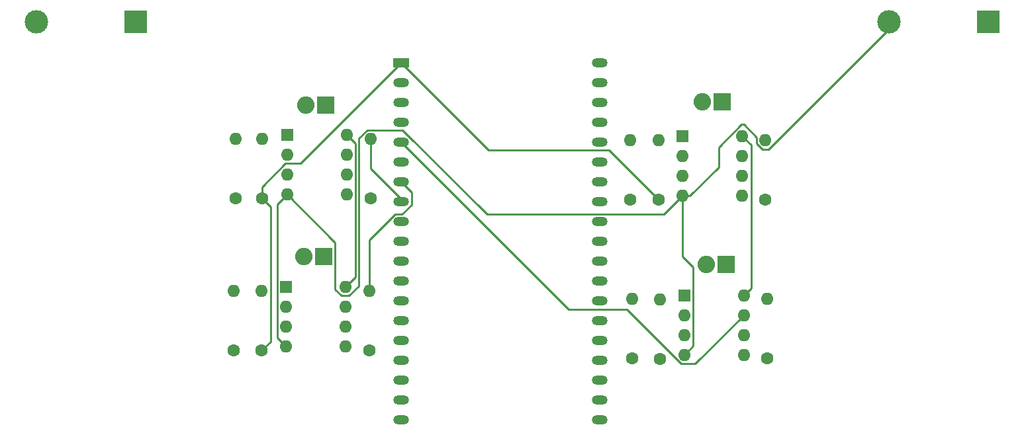
<source format=gbr>
%TF.GenerationSoftware,KiCad,Pcbnew,(7.0.0-0)*%
%TF.CreationDate,2023-03-03T08:57:52+01:00*%
%TF.ProjectId,sensor_circuit_board_esp32,73656e73-6f72-45f6-9369-72637569745f,rev?*%
%TF.SameCoordinates,Original*%
%TF.FileFunction,Copper,L1,Top*%
%TF.FilePolarity,Positive*%
%FSLAX46Y46*%
G04 Gerber Fmt 4.6, Leading zero omitted, Abs format (unit mm)*
G04 Created by KiCad (PCBNEW (7.0.0-0)) date 2023-03-03 08:57:52*
%MOMM*%
%LPD*%
G01*
G04 APERTURE LIST*
%TA.AperFunction,ComponentPad*%
%ADD10C,1.600000*%
%TD*%
%TA.AperFunction,ComponentPad*%
%ADD11O,1.600000X1.600000*%
%TD*%
%TA.AperFunction,ComponentPad*%
%ADD12R,3.000000X3.000000*%
%TD*%
%TA.AperFunction,ComponentPad*%
%ADD13C,3.000000*%
%TD*%
%TA.AperFunction,ComponentPad*%
%ADD14R,1.600000X1.600000*%
%TD*%
%TA.AperFunction,ComponentPad*%
%ADD15R,2.000000X1.200000*%
%TD*%
%TA.AperFunction,ComponentPad*%
%ADD16O,2.000000X1.200000*%
%TD*%
%TA.AperFunction,ComponentPad*%
%ADD17R,2.240000X2.240000*%
%TD*%
%TA.AperFunction,ComponentPad*%
%ADD18O,2.240000X2.240000*%
%TD*%
%TA.AperFunction,Conductor*%
%ADD19C,0.250000*%
%TD*%
G04 APERTURE END LIST*
D10*
%TO.P,R6,1*%
%TO.N,Net-(U5-3V3)*%
X165918000Y-94892000D03*
D11*
%TO.P,R6,2*%
%TO.N,Net-(U3A--)*%
X165917999Y-87271999D03*
%TD*%
D12*
%TO.P,BT1,1,+*%
%TO.N,Net-(BT1-+)*%
X98979999Y-72099999D03*
D13*
%TO.P,BT1,2,-*%
%TO.N,Net-(BT1--)*%
X86280000Y-72100000D03*
%TD*%
D10*
%TO.P,R12,1*%
%TO.N,Net-(U4B--)*%
X179810000Y-115220000D03*
D11*
%TO.P,R12,2*%
%TO.N,Net-(U5-VDET_1{slash}GPIO34{slash}ADC1_CH6)*%
X179809999Y-107599999D03*
%TD*%
D14*
%TO.P,U1,1*%
%TO.N,Net-(R2-Pad2)*%
X118369999Y-86559999D03*
D11*
%TO.P,U1,2,-*%
%TO.N,Net-(U1A--)*%
X118369999Y-89099999D03*
%TO.P,U1,3,+*%
%TO.N,Net-(BT1--)*%
X118369999Y-91639999D03*
%TO.P,U1,4,V-*%
%TO.N,Net-(BT2--)*%
X118369999Y-94179999D03*
%TO.P,U1,5,+*%
%TO.N,Net-(BT1--)*%
X125989999Y-94179999D03*
%TO.P,U1,6,-*%
%TO.N,Net-(U1B--)*%
X125989999Y-91639999D03*
%TO.P,U1,7*%
%TO.N,Net-(U5-32K_XN{slash}GPIO33{slash}ADC1_CH5)*%
X125989999Y-89099999D03*
%TO.P,U1,8,V+*%
%TO.N,Net-(BT1-+)*%
X125989999Y-86559999D03*
%TD*%
D10*
%TO.P,R5,1*%
%TO.N,Net-(U2A--)*%
X111552000Y-114188000D03*
D11*
%TO.P,R5,2*%
%TO.N,Net-(R5-Pad2)*%
X111551999Y-106567999D03*
%TD*%
D15*
%TO.P,U5,1,3V3*%
%TO.N,Net-(U5-3V3)*%
X132989999Y-77366559D03*
D16*
%TO.P,U5,2,CHIP_PU*%
%TO.N,unconnected-(U5-CHIP_PU-Pad2)*%
X132989999Y-79906559D03*
%TO.P,U5,3,SENSOR_VP/GPIO36/ADC1_CH0*%
%TO.N,unconnected-(U5-SENSOR_VP{slash}GPIO36{slash}ADC1_CH0-Pad3)*%
X132989999Y-82446559D03*
%TO.P,U5,4,SENSOR_VN/GPIO39/ADC1_CH3*%
%TO.N,unconnected-(U5-SENSOR_VN{slash}GPIO39{slash}ADC1_CH3-Pad4)*%
X132989999Y-84986559D03*
%TO.P,U5,5,VDET_1/GPIO34/ADC1_CH6*%
%TO.N,Net-(U5-VDET_1{slash}GPIO34{slash}ADC1_CH6)*%
X132989999Y-87526559D03*
%TO.P,U5,6,VDET_2/GPIO35/ADC1_CH7*%
%TO.N,Net-(U5-VDET_2{slash}GPIO35{slash}ADC1_CH7)*%
X132989999Y-90066559D03*
%TO.P,U5,7,32K_XP/GPIO32/ADC1_CH4*%
%TO.N,Net-(U5-32K_XP{slash}GPIO32{slash}ADC1_CH4)*%
X132989999Y-92606559D03*
%TO.P,U5,8,32K_XN/GPIO33/ADC1_CH5*%
%TO.N,Net-(U5-32K_XN{slash}GPIO33{slash}ADC1_CH5)*%
X132989999Y-95146559D03*
%TO.P,U5,9,DAC_1/ADC2_CH8/GPIO25*%
%TO.N,unconnected-(U5-DAC_1{slash}ADC2_CH8{slash}GPIO25-Pad9)*%
X132989999Y-97686559D03*
%TO.P,U5,10,DAC_2/ADC2_CH9/GPIO26*%
%TO.N,unconnected-(U5-DAC_2{slash}ADC2_CH9{slash}GPIO26-Pad10)*%
X132989999Y-100226559D03*
%TO.P,U5,11,ADC2_CH7/GPIO27*%
%TO.N,unconnected-(U5-ADC2_CH7{slash}GPIO27-Pad11)*%
X132989999Y-102766559D03*
%TO.P,U5,12,MTMS/GPIO14/ADC2_CH6*%
%TO.N,unconnected-(U5-MTMS{slash}GPIO14{slash}ADC2_CH6-Pad12)*%
X132989999Y-105306559D03*
%TO.P,U5,13,\u002AMTDI/GPIO12/ADC2_CH5*%
%TO.N,unconnected-(U5-\u002AMTDI{slash}GPIO12{slash}ADC2_CH5-Pad13)*%
X132989999Y-107846559D03*
%TO.P,U5,14,GND*%
%TO.N,unconnected-(U5-GND-Pad14)*%
X132989999Y-110386559D03*
%TO.P,U5,15,MTCK/GPIO13/ADC2_CH4*%
%TO.N,unconnected-(U5-MTCK{slash}GPIO13{slash}ADC2_CH4-Pad15)*%
X132989999Y-112926559D03*
%TO.P,U5,16,SD_DATA2/GPIO9*%
%TO.N,unconnected-(U5-SD_DATA2{slash}GPIO9-Pad16)*%
X132989999Y-115466559D03*
%TO.P,U5,17,SD_DATA3/GPIO10*%
%TO.N,unconnected-(U5-SD_DATA3{slash}GPIO10-Pad17)*%
X132989999Y-118006559D03*
%TO.P,U5,18,CMD*%
%TO.N,unconnected-(U5-CMD-Pad18)*%
X132989999Y-120546559D03*
%TO.P,U5,19,5V*%
%TO.N,unconnected-(U5-5V-Pad19)*%
X132989999Y-123086559D03*
%TO.P,U5,20,SD_CLK/GPIO6*%
%TO.N,unconnected-(U5-SD_CLK{slash}GPIO6-Pad20)*%
X158386319Y-123083839D03*
%TO.P,U5,21,SD_DATA0/GPIO7*%
%TO.N,unconnected-(U5-SD_DATA0{slash}GPIO7-Pad21)*%
X158386319Y-120543839D03*
%TO.P,U5,22,SD_DATA1/GPIO8*%
%TO.N,unconnected-(U5-SD_DATA1{slash}GPIO8-Pad22)*%
X158389999Y-118006559D03*
%TO.P,U5,23,\u002AMTDO/GPIO15/ADC2_CH3*%
%TO.N,unconnected-(U5-\u002AMTDO{slash}GPIO15{slash}ADC2_CH3-Pad23)*%
X158389999Y-115466559D03*
%TO.P,U5,24,ADC2_CH2/\u002AGPIO2*%
%TO.N,unconnected-(U5-ADC2_CH2{slash}\u002AGPIO2-Pad24)*%
X158389999Y-112926559D03*
%TO.P,U5,25,\u002AGPIO0/BOOT/ADC2_CH1*%
%TO.N,unconnected-(U5-\u002AGPIO0{slash}BOOT{slash}ADC2_CH1-Pad25)*%
X158389999Y-110386559D03*
%TO.P,U5,26,ADC2_CH0/GPIO4*%
%TO.N,unconnected-(U5-ADC2_CH0{slash}GPIO4-Pad26)*%
X158389999Y-107846559D03*
%TO.P,U5,27,GPIO16*%
%TO.N,unconnected-(U5-GPIO16-Pad27)*%
X158389999Y-105306559D03*
%TO.P,U5,28,GPIO17*%
%TO.N,unconnected-(U5-GPIO17-Pad28)*%
X158389999Y-102766559D03*
%TO.P,U5,29,\u002AGPIO5*%
%TO.N,unconnected-(U5-\u002AGPIO5-Pad29)*%
X158389999Y-100226559D03*
%TO.P,U5,30,GPIO18*%
%TO.N,unconnected-(U5-GPIO18-Pad30)*%
X158389999Y-97686559D03*
%TO.P,U5,31,GPIO19*%
%TO.N,unconnected-(U5-GPIO19-Pad31)*%
X158389999Y-95146559D03*
%TO.P,U5,32,GND*%
%TO.N,Net-(BT1--)*%
X158389999Y-92606559D03*
%TO.P,U5,33,GPIO21*%
%TO.N,unconnected-(U5-GPIO21-Pad33)*%
X158389999Y-90066559D03*
%TO.P,U5,34,U0RXD/GPIO3*%
%TO.N,unconnected-(U5-U0RXD{slash}GPIO3-Pad34)*%
X158389999Y-87526559D03*
%TO.P,U5,35,U0TXD/GPIO1*%
%TO.N,unconnected-(U5-U0TXD{slash}GPIO1-Pad35)*%
X158389999Y-84986559D03*
%TO.P,U5,36,GPIO22*%
%TO.N,unconnected-(U5-GPIO22-Pad36)*%
X158389999Y-82446559D03*
%TO.P,U5,37,GPIO23*%
%TO.N,unconnected-(U5-GPIO23-Pad37)*%
X158389999Y-79906559D03*
%TO.P,U5,38,GND*%
%TO.N,unconnected-(U5-GND-Pad38)*%
X158389999Y-77366559D03*
%TD*%
D10*
%TO.P,R3,1*%
%TO.N,Net-(U5-3V3)*%
X115132000Y-114178000D03*
D11*
%TO.P,R3,2*%
%TO.N,Net-(U2A--)*%
X115131999Y-106557999D03*
%TD*%
D14*
%TO.P,U4,1*%
%TO.N,Net-(R11-Pad2)*%
X169209999Y-107129999D03*
D11*
%TO.P,U4,2,-*%
%TO.N,Net-(U4A--)*%
X169209999Y-109669999D03*
%TO.P,U4,3,+*%
%TO.N,Net-(BT1--)*%
X169209999Y-112209999D03*
%TO.P,U4,4,V-*%
%TO.N,Net-(BT2--)*%
X169209999Y-114749999D03*
%TO.P,U4,5,+*%
%TO.N,Net-(BT1--)*%
X176829999Y-114749999D03*
%TO.P,U4,6,-*%
%TO.N,Net-(U4B--)*%
X176829999Y-112209999D03*
%TO.P,U4,7*%
%TO.N,Net-(U5-VDET_1{slash}GPIO34{slash}ADC1_CH6)*%
X176829999Y-109669999D03*
%TO.P,U4,8,V+*%
%TO.N,Net-(BT1-+)*%
X176829999Y-107129999D03*
%TD*%
D10*
%TO.P,R10,1*%
%TO.N,Net-(U3B--)*%
X179548000Y-94852000D03*
D11*
%TO.P,R10,2*%
%TO.N,Net-(U5-VDET_2{slash}GPIO35{slash}ADC1_CH7)*%
X179547999Y-87231999D03*
%TD*%
D10*
%TO.P,R4,1*%
%TO.N,Net-(U1B--)*%
X129100000Y-94690000D03*
D11*
%TO.P,R4,2*%
%TO.N,Net-(U5-32K_XN{slash}GPIO33{slash}ADC1_CH5)*%
X129099999Y-87069999D03*
%TD*%
D14*
%TO.P,U2,1*%
%TO.N,Net-(R5-Pad2)*%
X118219999Y-106059999D03*
D11*
%TO.P,U2,2,-*%
%TO.N,Net-(U2A--)*%
X118219999Y-108599999D03*
%TO.P,U2,3,+*%
%TO.N,Net-(BT1--)*%
X118219999Y-111139999D03*
%TO.P,U2,4,V-*%
%TO.N,Net-(BT2--)*%
X118219999Y-113679999D03*
%TO.P,U2,5,+*%
%TO.N,Net-(BT1--)*%
X125839999Y-113679999D03*
%TO.P,U2,6,-*%
%TO.N,Net-(U2B--)*%
X125839999Y-111139999D03*
%TO.P,U2,7*%
%TO.N,Net-(U5-32K_XP{slash}GPIO32{slash}ADC1_CH4)*%
X125839999Y-108599999D03*
%TO.P,U2,8,V+*%
%TO.N,Net-(BT1-+)*%
X125839999Y-106059999D03*
%TD*%
D10*
%TO.P,R11,1*%
%TO.N,Net-(U4A--)*%
X162520000Y-115230000D03*
D11*
%TO.P,R11,2*%
%TO.N,Net-(R11-Pad2)*%
X162519999Y-107609999D03*
%TD*%
D12*
%TO.P,BT2,1,+*%
%TO.N,Net-(BT1--)*%
X208039999Y-72129999D03*
D13*
%TO.P,BT2,2,-*%
%TO.N,Net-(BT2--)*%
X195340000Y-72130000D03*
%TD*%
D10*
%TO.P,R9,1*%
%TO.N,Net-(U5-3V3)*%
X166060000Y-115240000D03*
D11*
%TO.P,R9,2*%
%TO.N,Net-(U4A--)*%
X166059999Y-107619999D03*
%TD*%
D17*
%TO.P,Rs4,1*%
%TO.N,Net-(U4B--)*%
X174539999Y-103159999D03*
D18*
%TO.P,Rs4,2*%
%TO.N,Net-(R11-Pad2)*%
X171999999Y-103159999D03*
%TD*%
D10*
%TO.P,R1,1*%
%TO.N,Net-(U5-3V3)*%
X115150000Y-94670000D03*
D11*
%TO.P,R1,2*%
%TO.N,Net-(U1A--)*%
X115149999Y-87049999D03*
%TD*%
D17*
%TO.P,Rs1,1*%
%TO.N,Net-(U1B--)*%
X123339999Y-82749999D03*
D18*
%TO.P,Rs1,2*%
%TO.N,Net-(R2-Pad2)*%
X120799999Y-82749999D03*
%TD*%
D10*
%TO.P,R2,1*%
%TO.N,Net-(U1A--)*%
X111820000Y-94670000D03*
D11*
%TO.P,R2,2*%
%TO.N,Net-(R2-Pad2)*%
X111819999Y-87049999D03*
%TD*%
D10*
%TO.P,R7,1*%
%TO.N,Net-(U2B--)*%
X128912000Y-114218000D03*
D11*
%TO.P,R7,2*%
%TO.N,Net-(U5-32K_XP{slash}GPIO32{slash}ADC1_CH4)*%
X128911999Y-106597999D03*
%TD*%
D14*
%TO.P,U3,1*%
%TO.N,Net-(R8-Pad2)*%
X168969999Y-86749999D03*
D11*
%TO.P,U3,2,-*%
%TO.N,Net-(U3A--)*%
X168969999Y-89289999D03*
%TO.P,U3,3,+*%
%TO.N,Net-(BT1--)*%
X168969999Y-91829999D03*
%TO.P,U3,4,V-*%
%TO.N,Net-(BT2--)*%
X168969999Y-94369999D03*
%TO.P,U3,5,+*%
%TO.N,Net-(BT1--)*%
X176589999Y-94369999D03*
%TO.P,U3,6,-*%
%TO.N,Net-(U3B--)*%
X176589999Y-91829999D03*
%TO.P,U3,7*%
%TO.N,Net-(U5-VDET_2{slash}GPIO35{slash}ADC1_CH7)*%
X176589999Y-89289999D03*
%TO.P,U3,8,V+*%
%TO.N,Net-(BT1-+)*%
X176589999Y-86749999D03*
%TD*%
D17*
%TO.P,Rs2,1*%
%TO.N,Net-(U2B--)*%
X123091999Y-102147999D03*
D18*
%TO.P,Rs2,2*%
%TO.N,Net-(R5-Pad2)*%
X120551999Y-102147999D03*
%TD*%
D17*
%TO.P,Rs3,1*%
%TO.N,Net-(U3B--)*%
X174047999Y-82331999D03*
D18*
%TO.P,Rs3,2*%
%TO.N,Net-(R8-Pad2)*%
X171507999Y-82331999D03*
%TD*%
D10*
%TO.P,R8,1*%
%TO.N,Net-(U3A--)*%
X162228000Y-94852000D03*
D11*
%TO.P,R8,2*%
%TO.N,Net-(R8-Pad2)*%
X162227999Y-87231999D03*
%TD*%
D19*
%TO.N,Net-(BT1-+)*%
X127115000Y-87685000D02*
X127115000Y-104785000D01*
X125990000Y-86560000D02*
X127115000Y-87685000D01*
X176590000Y-86750000D02*
X177715000Y-87875000D01*
X177715000Y-87875000D02*
X177715000Y-106245000D01*
X127115000Y-104785000D02*
X125840000Y-106060000D01*
X177715000Y-106245000D02*
X176830000Y-107130000D01*
%TO.N,Net-(BT2--)*%
X168970000Y-94370000D02*
X168970000Y-102173539D01*
X170335000Y-113625000D02*
X169210000Y-114750000D01*
X127565000Y-105925991D02*
X126305991Y-107185000D01*
X118370000Y-94180000D02*
X117095000Y-95455000D01*
X179165009Y-88440000D02*
X179930991Y-88440000D01*
X168970000Y-94370000D02*
X166578440Y-96761560D01*
X179930991Y-88440000D02*
X195340000Y-73030991D01*
X168970000Y-102173539D02*
X170335000Y-103538539D01*
X169919009Y-94370000D02*
X173584009Y-90705000D01*
X173584009Y-88165000D02*
X176509009Y-85240000D01*
X166578440Y-96761560D02*
X143933148Y-96761560D01*
X176509009Y-85240000D02*
X176790000Y-85240000D01*
X176790000Y-85240000D02*
X178423000Y-86873000D01*
X143933148Y-96761560D02*
X133116588Y-85945000D01*
X117095000Y-95455000D02*
X117095000Y-112555000D01*
X117095000Y-112555000D02*
X118220000Y-113680000D01*
X126305991Y-107185000D02*
X125374009Y-107185000D01*
X133116588Y-85945000D02*
X128634009Y-85945000D01*
X168970000Y-94370000D02*
X169919009Y-94370000D01*
X195340000Y-73030991D02*
X195340000Y-72130000D01*
X170335000Y-103538539D02*
X170335000Y-113625000D01*
X127565000Y-87014009D02*
X127565000Y-105925991D01*
X178423000Y-87697991D02*
X179165009Y-88440000D01*
X124537000Y-100347000D02*
X118370000Y-94180000D01*
X173584009Y-90705000D02*
X173584009Y-88165000D01*
X128634009Y-85945000D02*
X127565000Y-87014009D01*
X124537000Y-106347991D02*
X124537000Y-100347000D01*
X178423000Y-86873000D02*
X178423000Y-87697991D01*
X125374009Y-107185000D02*
X124537000Y-106347991D01*
%TO.N,Net-(U5-3V3)*%
X116257000Y-95777000D02*
X116257000Y-113053000D01*
X132990000Y-77366560D02*
X120131560Y-90225000D01*
X132990000Y-77366560D02*
X144113440Y-88490000D01*
X159516000Y-88490000D02*
X165918000Y-94892000D01*
X118185000Y-90225000D02*
X115150000Y-93260000D01*
X120131560Y-90225000D02*
X118185000Y-90225000D01*
X115150000Y-93260000D02*
X115150000Y-94670000D01*
X115150000Y-94670000D02*
X116257000Y-95777000D01*
X116257000Y-113053000D02*
X115132000Y-114178000D01*
X144113440Y-88490000D02*
X159516000Y-88490000D01*
%TO.N,Net-(U5-32K_XN{slash}GPIO33{slash}ADC1_CH5)*%
X132990000Y-95146560D02*
X132990000Y-94746560D01*
X129100000Y-90856560D02*
X129100000Y-87070000D01*
X132990000Y-94746560D02*
X129100000Y-90856560D01*
%TO.N,Net-(U5-32K_XP{slash}GPIO32{slash}ADC1_CH4)*%
X128912000Y-100056412D02*
X128912000Y-106598000D01*
X133083148Y-96761560D02*
X132206852Y-96761560D01*
X134315000Y-95529708D02*
X133083148Y-96761560D01*
X132206852Y-96761560D02*
X128912000Y-100056412D01*
X132990000Y-92606560D02*
X134315000Y-93931560D01*
X134315000Y-93931560D02*
X134315000Y-95529708D01*
%TO.N,Net-(U5-VDET_1{slash}GPIO34{slash}ADC1_CH6)*%
X168769009Y-115900000D02*
X170600000Y-115900000D01*
X161829009Y-108960000D02*
X168769009Y-115900000D01*
X132990000Y-87526560D02*
X154423440Y-108960000D01*
X154423440Y-108960000D02*
X161829009Y-108960000D01*
X170600000Y-115900000D02*
X176830000Y-109670000D01*
%TD*%
M02*

</source>
